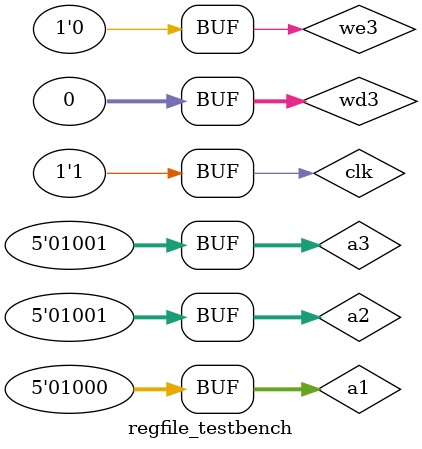
<source format=sv>
`timescale 1ns/1ps

module regfile_testbench;
logic clk, we3;
logic [4:0] a1, a2, a3;
logic [31:0] rd1, rd2, wd3;

regfile regfile_dut(clk, we3, a1, a2, a3, wd3, rd1, rd2);

initial
begin
clk = 0; we3 = 1; a3 = 5'b00000; wd3 = 32'b0; a1 = 5'b00000; a2 = 5'b00001;
#10; clk = 1;
#10; clk = 0; a3 = 5'b00001; wd3 = 32'b1;
#10; clk = 1; 
#10; clk = 0; a3 = 5'b00010; wd3 = 32'b10;
#10; clk = 1; a1 = 5'b00010;
#10; clk = 0; a3 = 5'b00011; wd3 = 32'b11;
#10; clk = 1; a2 = 5'b00011;
#10; clk = 0; a3 = 5'b00100; wd3 = 32'b100;
#10; clk = 1; a1 = 5'b00100;
#10; clk = 0; a3 = 5'b00101; wd3 = 32'b101;
#10; clk = 1; a2 = 5'b00101;
#10; clk = 0; a3 = 5'b00110; wd3 = 32'b110;
#10; clk = 1; a1 = 5'b00110;
#10; clk = 0; a3 = 5'b00111; wd3 = 32'b111;
#10; clk = 1; a2 = 5'b00111;
#10; clk = 0; a3 = 5'b01000; wd3 = 32'b11110000;
#10; clk = 1; a1 = 5'b01000;
#10; clk = 0; a3 = 5'b01001; wd3 = 32'b10101010;
#10; clk = 1; a2 = 5'b01001;
#10; clk = 0; we3 = 0; a3 = 5'b01001; wd3 = 32'b0;
#10; clk = 1; a2 = 5'b01001;
#10;
end

initial
begin
$monitor("rd1=%b rd2=%b", rd1, rd2);
end
endmodule


</source>
